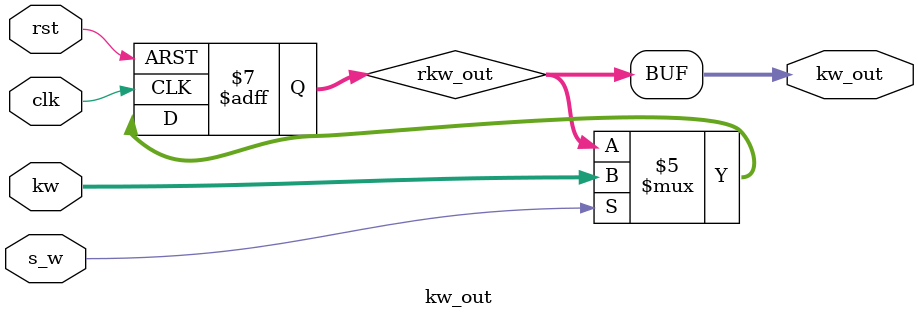
<source format=v>
module kw_out
( rst,clk,kw,kw_out,s_w
);

  input rst;
  input clk;
  input [31:0] kw;
  input s_w;
  output [31:0] kw_out;
  
  reg [31:0] rkw_out; 
always @ (posedge clk or negedge rst)
       if( !rst ) 
			rkw_out <= 'd0;	 	
		else if( s_w == 1 )
			rkw_out <= kw;
		else 
			rkw_out <= rkw_out;
			
	assign kw_out = rkw_out;
	
endmodule
</source>
